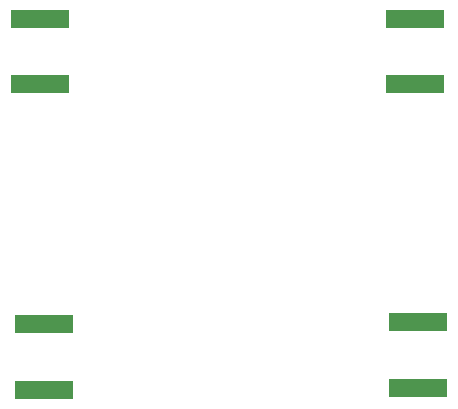
<source format=gbr>
%TF.GenerationSoftware,Altium Limited,Altium Designer,20.0.10 (225)*%
G04 Layer_Color=255*
%FSLAX26Y26*%
%MOIN*%
%TF.FileFunction,Pads,Bot*%
%TF.Part,CustomerPanel*%
G01*
G75*
%TA.AperFunction,SMDPad,CuDef*%
%ADD13R,0.196850X0.062992*%
%TA.AperFunction,ConnectorPad*%
%ADD17R,0.196850X0.062992*%
D13*
X3565590Y4370232D02*
D03*
Y4152122D02*
D03*
X2318346D02*
D03*
Y4370232D02*
D03*
X2330827Y3133780D02*
D03*
Y3351890D02*
D03*
D17*
X3577402Y3358126D02*
D03*
Y3140016D02*
D03*
%TF.MD5,39f7bf8f7404bdfbc9a89bfda8638d58*%
M02*

</source>
